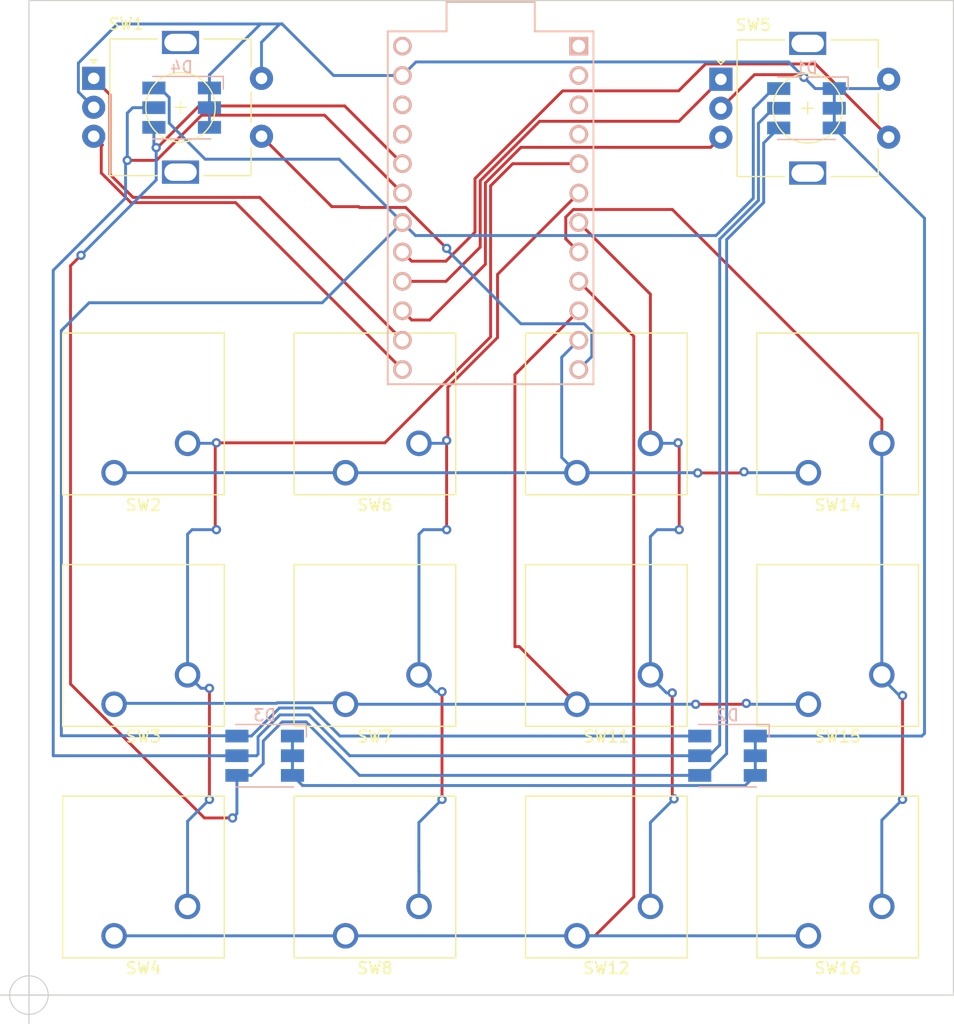
<source format=kicad_pcb>
(kicad_pcb (version 20211014) (generator pcbnew)
  (layers (0 "F.Cu" signal) (31 "B.Cu" signal) (34 "B.Paste" user) (35 "F.Paste" user) (36 "B.SilkS" user "B.Silkscreen") (37 "F.SilkS" user "F.Silkscreen") (38 "B.Mask" user) (39 "F.Mask" user) (44 "Edge.Cuts" user))
  (net 0 "")
  (net 1 "Net-(D1-Pad4)")
  (net 2 "Net-(D1-Pad5)")
  (net 3 "Net-(D1-Pad6)")
  (net 4 "Net-(SW10-Pad1)")
  (net 5 "Net-(SW11-Pad1)")
  (net 6 "Net-(SW12-Pad1)")
  (net 7 "GND")
  (net 8 "Net-(SW10-Pad2)")
  (net 14 "Net-(SW2-Pad2)")
  (net 15 "Net-(SW6-Pad2)")
  (net 16 "Net-(SW14-Pad2)")
  (net 17 "Net-(SW1-PadA)")
  (net 18 "Net-(SW1-PadB)")
  (net 19 "Net-(SW1-PadS1)")
  (net 20 "Net-(SW5-PadA)")
  (net 21 "Net-(SW5-PadB)")
  (net 22 "Net-(SW5-PadS1)")
  (footprint "Button_Switch_Keyboard:SW_Cherry_MX_1.00u_PCB" (layer "F.Cu") (at 147.06 78.68 180)
    (fp_text reference "SW10" hide)
    (fp_text value "SW_DIP_x01")
    (fp_line (start 4.445 12.065) (end -9.525 12.065) (layer "F.SilkS") (width 0.12))
    (fp_line (start -9.525 12.065) (end -9.525 -1.905) (layer "F.SilkS") (width 0.12))
    (fp_line (start -9.525 -1.905) (end 4.445 -1.905) (layer "F.SilkS") (width 0.12))
    (fp_line (start 4.445 -1.905) (end 4.445 12.065) (layer "F.SilkS") (width 0.12))
    (pad "" np_thru_hole circle (at 2.54 5.08 180) (size 1.7 1.7) (drill 1.7) (layers *.Cu *.Mask))
    (pad "" np_thru_hole circle (at -7.62 5.08 180) (size 1.7 1.7) (drill 1.7) (layers *.Cu *.Mask))
    (pad "" np_thru_hole circle (at -2.54 5.08 180) (size 4 4) (drill 4) (layers *.Cu *.Mask))
    (pad "1" thru_hole circle (at 0 0 180) (size 2.2 2.2) (drill 1.5) (layers *.Cu *.Mask) (net 4 "Net-(SW10-Pad1)"))
    (pad "2" thru_hole circle (at -6.35 2.54 180) (size 2.2 2.2) (drill 1.5) (layers *.Cu *.Mask) (net 8 "Net-(SW10-Pad2)"))
  )
  (footprint "MountingHole:MountingHole_2.2mm_M2" (layer "F.Cu") (at 166.9 59.2)
    (fp_text reference "REF**" hide)
    (fp_text value "MountingHole_2.2mm_M2" hide)
    (pad "" np_thru_hole circle (at 0 0) (size 2.2 2.2) (drill 2.2) (layers *.Cu *.Mask))
  )
  (footprint "Button_Switch_Keyboard:SW_Cherry_MX_1.00u_PCB" (layer "F.Cu") (at 127.06 78.68 180)
    (fp_text reference "SW6" (at -2.54 -2.794) (layer "F.SilkS"))
    (fp_text value "SW_DIP_x01")
    (fp_line (start -9.525 -1.905) (end 4.445 -1.905) (layer "F.SilkS") (width 0.12))
    (fp_line (start 4.445 -1.905) (end 4.445 12.065) (layer "F.SilkS") (width 0.12))
    (fp_line (start -9.525 12.065) (end -9.525 -1.905) (layer "F.SilkS") (width 0.12))
    (fp_line (start 4.445 12.065) (end -9.525 12.065) (layer "F.SilkS") (width 0.12))
    (pad "" np_thru_hole circle (at 2.54 5.08 180) (size 1.7 1.7) (drill 1.7) (layers *.Cu *.Mask))
    (pad "" np_thru_hole circle (at -7.62 5.08 180) (size 1.7 1.7) (drill 1.7) (layers *.Cu *.Mask))
    (pad "" np_thru_hole circle (at -2.54 5.08 180) (size 4 4) (drill 4) (layers *.Cu *.Mask))
    (pad "1" thru_hole circle (at 0 0 180) (size 2.2 2.2) (drill 1.5) (layers *.Cu *.Mask) (net 4 "Net-(SW10-Pad1)"))
    (pad "2" thru_hole circle (at -6.35 2.54 180) (size 2.2 2.2) (drill 1.5) (layers *.Cu *.Mask) (net 15 "Net-(SW6-Pad2)"))
  )
  (footprint "Button_Switch_Keyboard:SW_Cherry_MX_1.00u_PCB" (layer "F.Cu") (at 167.06 118.68 180)
    (fp_text reference "SW16" (at -2.54 -2.794) (layer "F.SilkS"))
    (fp_text value "SW_DIP_x01")
    (fp_line (start -9.525 12.065) (end -9.525 -1.905) (layer "F.SilkS") (width 0.12))
    (fp_line (start 4.445 12.065) (end -9.525 12.065) (layer "F.SilkS") (width 0.12))
    (fp_line (start -9.525 -1.905) (end 4.445 -1.905) (layer "F.SilkS") (width 0.12))
    (fp_line (start 4.445 -1.905) (end 4.445 12.065) (layer "F.SilkS") (width 0.12))
    (pad "" np_thru_hole circle (at 2.54 5.08 180) (size 1.7 1.7) (drill 1.7) (layers *.Cu *.Mask))
    (pad "" np_thru_hole circle (at -2.54 5.08 180) (size 4 4) (drill 4) (layers *.Cu *.Mask))
    (pad "" np_thru_hole circle (at -7.62 5.08 180) (size 1.7 1.7) (drill 1.7) (layers *.Cu *.Mask))
    (pad "1" thru_hole circle (at 0 0 180) (size 2.2 2.2) (drill 1.5) (layers *.Cu *.Mask) (net 6 "Net-(SW12-Pad1)"))
    (pad "2" thru_hole circle (at -6.35 2.54 180) (size 2.2 2.2) (drill 1.5) (layers *.Cu *.Mask) (net 16 "Net-(SW14-Pad2)"))
  )
  (footprint "Button_Switch_Keyboard:SW_Cherry_MX_1.00u_PCB" (layer "F.Cu") (at 127.06 98.68 180)
    (fp_text reference "SW7" (at -2.54 -2.794) (layer "F.SilkS"))
    (fp_text value "SW_DIP_x01")
    (fp_line (start 4.445 12.065) (end -9.525 12.065) (layer "F.SilkS") (width 0.12))
    (fp_line (start -9.525 -1.905) (end 4.445 -1.905) (layer "F.SilkS") (width 0.12))
    (fp_line (start -9.525 12.065) (end -9.525 -1.905) (layer "F.SilkS") (width 0.12))
    (fp_line (start 4.445 -1.905) (end 4.445 12.065) (layer "F.SilkS") (width 0.12))
    (pad "" np_thru_hole circle (at -2.54 5.08 180) (size 4 4) (drill 4) (layers *.Cu *.Mask))
    (pad "" np_thru_hole circle (at -7.62 5.08 180) (size 1.7 1.7) (drill 1.7) (layers *.Cu *.Mask))
    (pad "" np_thru_hole circle (at 2.54 5.08 180) (size 1.7 1.7) (drill 1.7) (layers *.Cu *.Mask))
    (pad "1" thru_hole circle (at 0 0 180) (size 2.2 2.2) (drill 1.5) (layers *.Cu *.Mask) (net 5 "Net-(SW11-Pad1)"))
    (pad "2" thru_hole circle (at -6.35 2.54 180) (size 2.2 2.2) (drill 1.5) (layers *.Cu *.Mask) (net 15 "Net-(SW6-Pad2)"))
  )
  (footprint "Button_Switch_Keyboard:SW_Cherry_MX_1.00u_PCB" (layer "F.Cu") (at 107.06 118.68 180)
    (fp_text reference "SW4" (at -2.54 -2.794) (layer "F.SilkS"))
    (fp_text value "SW_DIP_x01")
    (fp_line (start -9.525 12.065) (end -9.525 -1.905) (layer "F.SilkS") (width 0.12))
    (fp_line (start -9.525 -1.905) (end 4.445 -1.905) (layer "F.SilkS") (width 0.12))
    (fp_line (start 4.445 -1.905) (end 4.445 12.065) (layer "F.SilkS") (width 0.12))
    (fp_line (start 4.445 12.065) (end -9.525 12.065) (layer "F.SilkS") (width 0.12))
    (pad "" np_thru_hole circle (at 2.54 5.08 180) (size 1.7 1.7) (drill 1.7) (layers *.Cu *.Mask))
    (pad "" np_thru_hole circle (at -7.62 5.08 180) (size 1.7 1.7) (drill 1.7) (layers *.Cu *.Mask))
    (pad "" np_thru_hole circle (at -2.54 5.08 180) (size 4 4) (drill 4) (layers *.Cu *.Mask))
    (pad "1" thru_hole circle (at 0 0 180) (size 2.2 2.2) (drill 1.5) (layers *.Cu *.Mask) (net 6 "Net-(SW12-Pad1)"))
    (pad "2" thru_hole circle (at -6.35 2.54 180) (size 2.2 2.2) (drill 1.5) (layers *.Cu *.Mask) (net 14 "Net-(SW2-Pad2)"))
  )
  (footprint "Rotary_Encoder:RotaryEncoder_Alps_EC11E-Switch_Vertical_H20mm" (layer "F.Cu") (at 105.3 44.62)
    (fp_text reference "SW1" (at 2.8 -4.7) (layer "F.SilkS"))
    (fp_text value "RotaryEncoder_Switch")
    (fp_line (start 13.6 8.4) (end 9.5 8.4) (layer "F.SilkS") (width 0.12))
    (fp_line (start -0.3 -1.6) (end 0.3 -1.6) (layer "F.SilkS") (width 0.12))
    (fp_line (start 0.3 -1.6) (end 0 -1.3) (layer "F.SilkS") (width 0.12))
    (fp_line (start 0 -1.3) (end -0.3 -1.6) (layer "F.SilkS") (width 0.12))
    (fp_line (start 9.5 -3.4) (end 13.6 -3.4) (layer "F.SilkS") (width 0.12))
    (fp_line (start 7 2.5) (end 8 2.5) (layer "F.SilkS") (width 0.12))
    (fp_line (start 1.4 -3.4) (end 1.4 8.4) (layer "F.SilkS") (width 0.12))
    (fp_line (start 5.5 -3.4) (end 1.4 -3.4) (layer "F.SilkS") (width 0.12))
    (fp_line (start 5.5 8.4) (end 1.4 8.4) (layer "F.SilkS") (width 0.12))
    (fp_line (start 13.6 1.2) (end 13.6 3.8) (layer "F.SilkS") (width 0.12))
    (fp_line (start 13.6 6) (end 13.6 8.4) (layer "F.SilkS") (width 0.12))
    (fp_line (start 7.5 2) (end 7.5 3) (layer "F.SilkS") (width 0.12))
    (fp_line (start 13.6 -3.4) (end 13.6 -1) (layer "F.SilkS") (width 0.12))
    (fp_circle (center 7.5 2.5) (end 10.5 2.5) (layer "F.SilkS") (width 0.12) (fill none))
    (pad "A" thru_hole rect (at 0 0) (size 2 2) (drill 1) (layers *.Cu *.Mask) (net 17 "Net-(SW1-PadA)"))
    (pad "B" thru_hole circle (at 0 5) (size 2 2) (drill 1) (layers *.Cu *.Mask) (net 18 "Net-(SW1-PadB)"))
    (pad "C" thru_hole circle (at 0 2.5) (size 2 2) (drill 1) (layers *.Cu *.Mask) (net 7 "GND"))
    (pad "MP" thru_hole rect (at 7.5 -3.1) (size 3.2 2) (drill oval 2.8 1.5) (layers *.Cu *.Mask))
    (pad "MP" thru_hole rect (at 7.5 8.1) (size 3.2 2) (drill oval 2.8 1.5) (layers *.Cu *.Mask))
    (pad "S1" thru_hole circle (at 14.5 5) (size 2 2) (drill 1) (layers *.Cu *.Mask) (net 19 "Net-(SW1-PadS1)"))
    (pad "S2" thru_hole circle (at 14.5 0) (size 2 2) (drill 1) (layers *.Cu *.Mask) (net 7 "GND"))
  )
  (footprint "Button_Switch_Keyboard:SW_Cherry_MX_1.00u_PCB" (layer "F.Cu") (at 167.06 98.68 180)
    (fp_text reference "SW15" (at -2.54 -2.794) (layer "F.SilkS"))
    (fp_text value "SW_DIP_x01")
    (fp_line (start -9.525 -1.905) (end 4.445 -1.905) (layer "F.SilkS") (width 0.12))
    (fp_line (start 4.445 -1.905) (end 4.445 12.065) (layer "F.SilkS") (width 0.12))
    (fp_line (start -9.525 12.065) (end -9.525 -1.905) (layer "F.SilkS") (width 0.12))
    (fp_line (start 4.445 12.065) (end -9.525 12.065) (layer "F.SilkS") (width 0.12))
    (pad "" np_thru_hole circle (at 2.54 5.08 180) (size 1.7 1.7) (drill 1.7) (layers *.Cu *.Mask))
    (pad "" np_thru_hole circle (at -7.62 5.08 180) (size 1.7 1.7) (drill 1.7) (layers *.Cu *.Mask))
    (pad "" np_thru_hole circle (at -2.54 5.08 180) (size 4 4) (drill 4) (layers *.Cu *.Mask))
    (pad "1" thru_hole circle (at 0 0 180) (size 2.2 2.2) (drill 1.5) (layers *.Cu *.Mask) (net 5 "Net-(SW11-Pad1)"))
    (pad "2" thru_hole circle (at -6.35 2.54 180) (size 2.2 2.2) (drill 1.5) (layers *.Cu *.Mask) (net 16 "Net-(SW14-Pad2)"))
  )
  (footprint "Button_Switch_Keyboard:SW_Cherry_MX_1.00u_PCB" (layer "F.Cu") (at 167.06 78.68 180)
    (fp_text reference "SW14" (at -2.54 -2.794) (layer "F.SilkS"))
    (fp_text value "SW_DIP_x01")
    (fp_line (start 4.445 12.065) (end -9.525 12.065) (layer "F.SilkS") (width 0.12))
    (fp_line (start -9.525 -1.905) (end 4.445 -1.905) (layer "F.SilkS") (width 0.12))
    (fp_line (start 4.445 -1.905) (end 4.445 12.065) (layer "F.SilkS") (width 0.12))
    (fp_line (start -9.525 12.065) (end -9.525 -1.905) (layer "F.SilkS") (width 0.12))
    (pad "" np_thru_hole circle (at 2.54 5.08 180) (size 1.7 1.7) (drill 1.7) (layers *.Cu *.Mask))
    (pad "" np_thru_hole circle (at -2.54 5.08 180) (size 4 4) (drill 4) (layers *.Cu *.Mask))
    (pad "" np_thru_hole circle (at -7.62 5.08 180) (size 1.7 1.7) (drill 1.7) (layers *.Cu *.Mask))
    (pad "1" thru_hole circle (at 0 0 180) (size 2.2 2.2) (drill 1.5) (layers *.Cu *.Mask) (net 4 "Net-(SW10-Pad1)"))
    (pad "2" thru_hole circle (at -6.35 2.54 180) (size 2.2 2.2) (drill 1.5) (layers *.Cu *.Mask) (net 16 "Net-(SW14-Pad2)"))
  )
  (footprint "Button_Switch_Keyboard:SW_Cherry_MX_1.00u_PCB" (layer "F.Cu") (at 127.06 118.68 180)
    (fp_text reference "SW8" (at -2.54 -2.794) (layer "F.SilkS"))
    (fp_text value "SW_DIP_x01")
    (fp_line (start -9.525 -1.905) (end 4.445 -1.905) (layer "F.SilkS") (width 0.12))
    (fp_line (start -9.525 12.065) (end -9.525 -1.905) (layer "F.SilkS") (width 0.12))
    (fp_line (start 4.445 -1.905) (end 4.445 12.065) (layer "F.SilkS") (width 0.12))
    (fp_line (start 4.445 12.065) (end -9.525 12.065) (layer "F.SilkS") (width 0.12))
    (pad "" np_thru_hole circle (at -7.62 5.08 180) (size 1.7 1.7) (drill 1.7) (layers *.Cu *.Mask))
    (pad "" np_thru_hole circle (at 2.54 5.08 180) (size 1.7 1.7) (drill 1.7) (layers *.Cu *.Mask))
    (pad "" np_thru_hole circle (at -2.54 5.08 180) (size 4 4) (drill 4) (layers *.Cu *.Mask))
    (pad "1" thru_hole circle (at 0 0 180) (size 2.2 2.2) (drill 1.5) (layers *.Cu *.Mask) (net 6 "Net-(SW12-Pad1)"))
    (pad "2" thru_hole circle (at -6.35 2.54 180) (size 2.2 2.2) (drill 1.5) (layers *.Cu *.Mask) (net 15 "Net-(SW6-Pad2)"))
  )
  (footprint "Rotary_Encoder:RotaryEncoder_Alps_EC11E-Switch_Vertical_H20mm" (layer "F.Cu") (at 159.5 44.7)
    (fp_text reference "SW5" (at 2.8 -4.7) (layer "F.SilkS"))
    (fp_text value "RotaryEncoder_Switch")
    (fp_line (start -0.3 -1.6) (end 0.3 -1.6) (layer "F.SilkS") (width 0.12))
    (fp_line (start 13.6 -3.4) (end 13.6 -1) (layer "F.SilkS") (width 0.12))
    (fp_line (start 1.4 -3.4) (end 1.4 8.4) (layer "F.SilkS") (width 0.12))
    (fp_line (start 13.6 8.4) (end 9.5 8.4) (layer "F.SilkS") (width 0.12))
    (fp_line (start 5.5 8.4) (end 1.4 8.4) (layer "F.SilkS") (width 0.12))
    (fp_line (start 5.5 -3.4) (end 1.4 -3.4) (layer "F.SilkS") (width 0.12))
    (fp_line (start 0 -1.3) (end -0.3 -1.6) (layer "F.SilkS") (width 0.12))
    (fp_line (start 13.6 6) (end 13.6 8.4) (layer "F.SilkS") (width 0.12))
    (fp_line (start 7 2.5) (end 8 2.5) (layer "F.SilkS") (width 0.12))
    (fp_line (start 13.6 1.2) (end 13.6 3.8) (layer "F.SilkS") (width 0.12))
    (fp_line (start 9.5 -3.4) (end 13.6 -3.4) (layer "F.SilkS") (width 0.12))
    (fp_line (start 0.3 -1.6) (end 0 -1.3) (layer "F.SilkS") (width 0.12))
    (fp_line (start 7.5 2) (end 7.5 3) (layer "F.SilkS") (width 0.12))
    (fp_circle (center 7.5 2.5) (end 10.5 2.5) (layer "F.SilkS") (width 0.12) (fill none))
    (pad "A" thru_hole rect (at 0 0) (size 2 2) (drill 1) (layers *.Cu *.Mask) (net 20 "Net-(SW5-PadA)"))
    (pad "B" thru_hole circle (at 0 5) (size 2 2) (drill 1) (layers *.Cu *.Mask) (net 21 "Net-(SW5-PadB)"))
    (pad "C" thru_hole circle (at 0 2.5) (size 2 2) (drill 1) (layers *.Cu *.Mask) (net 7 "GND"))
    (pad "MP" thru_hole rect (at 7.5 -3.1) (size 3.2 2) (drill oval 2.8 1.5) (layers *.Cu *.Mask))
    (pad "MP" thru_hole rect (at 7.5 8.1) (size 3.2 2) (drill oval 2.8 1.5) (layers *.Cu *.Mask))
    (pad "S1" thru_hole circle (at 14.5 5) (size 2 2) (drill 1) (layers *.Cu *.Mask) (net 22 "Net-(SW5-PadS1)"))
    (pad "S2" thru_hole circle (at 14.5 0) (size 2 2) (drill 1) (layers *.Cu *.Mask) (net 7 "GND"))
  )
  (footprint "Button_Switch_Keyboard:SW_Cherry_MX_1.00u_PCB" (layer "F.Cu") (at 107.06 78.68 180)
    (fp_text reference "SW2" (at -2.54 -2.794) (layer "F.SilkS"))
    (fp_text value "SW_DIP_x01")
    (fp_line (start 4.445 -1.905) (end 4.445 12.065) (layer "F.SilkS") (width 0.12))
    (fp_line (start -9.525 -1.905) (end 4.445 -1.905) (layer "F.SilkS") (width 0.12))
    (fp_line (start 4.445 12.065) (end -9.525 12.065) (layer "F.SilkS") (width 0.12))
    (fp_line (start -9.525 12.065) (end -9.525 -1.905) (layer "F.SilkS") (width 0.12))
    (pad "" np_thru_hole circle (at 2.54 5.08 180) (size 1.7 1.7) (drill 1.7) (layers *.Cu *.Mask))
    (pad "" np_thru_hole circle (at -7.62 5.08 180) (size 1.7 1.7) (drill 1.7) (layers *.Cu *.Mask))
    (pad "" np_thru_hole circle (at -2.54 5.08 180) (size 4 4) (drill 4) (layers *.Cu *.Mask))
    (pad "1" thru_hole circle (at 0 0 180) (size 2.2 2.2) (drill 1.5) (layers *.Cu *.Mask) (net 4 "Net-(SW10-Pad1)"))
    (pad "2" thru_hole circle (at -6.35 2.54 180) (size 2.2 2.2) (drill 1.5) (layers *.Cu *.Mask) (net 14 "Net-(SW2-Pad2)"))
  )
  (footprint "Button_Switch_Keyboard:SW_Cherry_MX_1.00u_PCB" (layer "F.Cu") (at 147.06 118.68 180)
    (fp_text reference "SW12" (at -2.54 -2.794) (layer "F.SilkS"))
    (fp_text value "SW_DIP_x01")
    (fp_line (start 4.445 -1.905) (end 4.445 12.065) (layer "F.SilkS") (width 0.12))
    (fp_line (start -9.525 12.065) (end -9.525 -1.905) (layer "F.SilkS") (width 0.12))
    (fp_line (start 4.445 12.065) (end -9.525 12.065) (layer "F.SilkS") (width 0.12))
    (fp_line (start -9.525 -1.905) (end 4.445 -1.905) (layer "F.SilkS") (width 0.12))
    (pad "" np_thru_hole circle (at -2.54 5.08 180) (size 4 4) (drill 4) (layers *.Cu *.Mask))
    (pad "" np_thru_hole circle (at -7.62 5.08 180) (size 1.7 1.7) (drill 1.7) (layers *.Cu *.Mask))
    (pad "" np_thru_hole circle (at 2.54 5.08 180) (size 1.7 1.7) (drill 1.7) (layers *.Cu *.Mask))
    (pad "1" thru_hole circle (at 0 0 180) (size 2.2 2.2) (drill 1.5) (layers *.Cu *.Mask) (net 6 "Net-(SW12-Pad1)"))
    (pad "2" thru_hole circle (at -6.35 2.54 180) (size 2.2 2.2) (drill 1.5) (layers *.Cu *.Mask) (net 8 "Net-(SW10-Pad2)"))
  )
  (footprint "Button_Switch_Keyboard:SW_Cherry_MX_1.00u_PCB" (layer "F.Cu") (at 147.06 98.68 180)
    (fp_text reference "SW11" (at -2.54 -2.794) (layer "F.SilkS"))
    (fp_text value "SW_DIP_x01")
    (fp_line (start 4.445 12.065) (end -9.525 12.065) (layer "F.SilkS") (width 0.12))
    (fp_line (start -9.525 12.065) (end -9.525 -1.905) (layer "F.SilkS") (width 0.12))
    (fp_line (start 4.445 -1.905) (end 4.445 12.065) (layer "F.SilkS") (width 0.12))
    (fp_line (start -9.525 -1.905) (end 4.445 -1.905) (layer "F.SilkS") (width 0.12))
    (pad "" np_thru_hole circle (at -7.62 5.08 180) (size 1.7 1.7) (drill 1.7) (layers *.Cu *.Mask))
    (pad "" np_thru_hole circle (at -2.54 5.08 180) (size 4 4) (drill 4) (layers *.Cu *.Mask))
    (pad "" np_thru_hole circle (at 2.54 5.08 180) (size 1.7 1.7) (drill 1.7) (layers *.Cu *.Mask))
    (pad "1" thru_hole circle (at 0 0 180) (size 2.2 2.2) (drill 1.5) (layers *.Cu *.Mask) (net 5 "Net-(SW11-Pad1)"))
    (pad "2" thru_hole circle (at -6.35 2.54 180) (size 2.2 2.2) (drill 1.5) (layers *.Cu *.Mask) (net 8 "Net-(SW10-Pad2)"))
  )
  (footprint "Button_Switch_Keyboard:SW_Cherry_MX_1.00u_PCB" (layer "F.Cu") (at 107.06 98.68 180)
    (fp_text reference "SW3" (at -2.54 -2.794) (layer "F.SilkS"))
    (fp_text value "SW_DIP_x01")
    (fp_line (start -9.525 -1.905) (end 4.445 -1.905) (layer "F.SilkS") (width 0.12))
    (fp_line (start -9.525 12.065) (end -9.525 -1.905) (layer "F.SilkS") (width 0.12))
    (fp_line (start 4.445 12.065) (end -9.525 12.065) (layer "F.SilkS") (width 0.12))
    (fp_line (start 4.445 -1.905) (end 4.445 12.065) (layer "F.SilkS") (width 0.12))
    (pad "" np_thru_hole circle (at -2.54 5.08 180) (size 4 4) (drill 4) (layers *.Cu *.Mask))
    (pad "" np_thru_hole circle (at 2.54 5.08 180) (size 1.7 1.7) (drill 1.7) (layers *.Cu *.Mask))
    (pad "" np_thru_hole circle (at -7.62 5.08 180) (size 1.7 1.7) (drill 1.7) (layers *.Cu *.Mask))
    (pad "1" thru_hole circle (at 0 0 180) (size 2.2 2.2) (drill 1.5) (layers *.Cu *.Mask) (net 5 "Net-(SW11-Pad1)"))
    (pad "2" thru_hole circle (at -6.35 2.54 180) (size 2.2 2.2) (drill 1.5) (layers *.Cu *.Mask) (net 14 "Net-(SW2-Pad2)"))
  )
  (footprint "MountingHole:MountingHole_2.2mm_M2" (layer "F.Cu") (at 112.9 59.15)
    (fp_text reference "REF**" hide)
    (fp_text value "MountingHole_2.2mm_M2" hide)
    (pad "" np_thru_hole circle (at 0 0) (size 2.2 2.2) (drill 2.2) (layers F&B.Cu *.Mask))
  )
  (footprint "LED_SMD:LED_RGB_5050-6" (layer "B.Cu") (at 166.9 47.2 180)
    (fp_text reference "D1" (at 0 3.5) (layer "B.SilkS") (effects (justify mirror)))
    (fp_text value "LED_RGB")
    (fp_line (start -3.6 1.6) (end -3.6 2.7) (layer "B.SilkS") (width 0.12))
    (fp_line (start -3.6 2.7) (end 2.5 2.7) (layer "B.SilkS") (width 0.12))
    (fp_line (start 2.5 -2.7) (end -2.5 -2.7) (layer "B.SilkS") (width 0.12))
    (pad "1" smd rect (at -2.4 1.7 90) (size 1.1 2) (layers "B.Cu" "B.Paste" "B.Mask") (net 7 "GND"))
    (pad "2" smd rect (at -2.4 0 90) (size 1.1 2) (layers "B.Cu" "B.Paste" "B.Mask") (net 7 "GND"))
    (pad "3" smd rect (at -2.4 -1.7 90) (size 1.1 2) (layers "B.Cu" "B.Paste" "B.Mask") (net 7 "GND"))
    (pad "4" smd rect (at 2.4 -1.7 90) (size 1.1 2) (layers "B.Cu" "B.Paste" "B.Mask") (net 1 "Net-(D1-Pad4)"))
    (pad "5" smd rect (at 2.4 0 90) (size 1.1 2) (layers "B.Cu" "B.Paste" "B.Mask") (net 2 "Net-(D1-Pad5)"))
    (pad "6" smd rect (at 2.4 1.7 90) (size 1.1 2) (layers "B.Cu" "B.Paste" "B.Mask") (net 3 "Net-(D1-Pad6)"))
  )
  (footprint "LED_SMD:LED_RGB_5050-6" (layer "B.Cu") (at 160.075 103.125 180)
    (fp_text reference "D2" (at 0 3.5) (layer "B.SilkS") (effects (justify mirror)))
    (fp_text value "LED_RGB")
    (fp_line (start -3.6 2.7) (end 2.5 2.7) (layer "B.SilkS") (width 0.12))
    (fp_line (start 2.5 -2.7) (end -2.5 -2.7) (layer "B.SilkS") (width 0.12))
    (fp_line (start -3.6 1.6) (end -3.6 2.7) (layer "B.SilkS") (width 0.12))
    (pad "1" smd rect (at -2.4 1.7 90) (size 1.1 2) (layers "B.Cu" "B.Paste" "B.Mask") (net 7 "GND"))
    (pad "2" smd rect (at -2.4 0 90) (size 1.1 2) (layers "B.Cu" "B.Paste" "B.Mask") (net 7 "GND"))
    (pad "3" smd rect (at -2.4 -1.7 90) (size 1.1 2) (layers "B.Cu" "B.Paste" "B.Mask") (net 7 "GND"))
    (pad "4" smd rect (at 2.4 -1.7 90) (size 1.1 2) (layers "B.Cu" "B.Paste" "B.Mask") (net 1 "Net-(D1-Pad4)"))
    (pad "5" smd rect (at 2.4 0 90) (size 1.1 2) (layers "B.Cu" "B.Paste" "B.Mask") (net 2 "Net-(D1-Pad5)"))
    (pad "6" smd rect (at 2.4 1.7 90) (size 1.1 2) (layers "B.Cu" "B.Paste" "B.Mask") (net 3 "Net-(D1-Pad6)"))
  )
  (footprint "LED_SMD:LED_RGB_5050-6" (layer "B.Cu") (at 120.075 103.125 180)
    (fp_text reference "D3" (at 0 3.5) (layer "B.SilkS") (effects (justify mirror)))
    (fp_text value "LED_RGB")
    (fp_line (start -3.6 2.7) (end 2.5 2.7) (layer "B.SilkS") (width 0.12))
    (fp_line (start -3.6 1.6) (end -3.6 2.7) (layer "B.SilkS") (width 0.12))
    (fp_line (start 2.5 -2.7) (end -2.5 -2.7) (layer "B.SilkS") (width 0.12))
    (pad "1" smd rect (at -2.4 1.7 90) (size 1.1 2) (layers "B.Cu" "B.Paste" "B.Mask") (net 7 "GND"))
    (pad "2" smd rect (at -2.4 0 90) (size 1.1 2) (layers "B.Cu" "B.Paste" "B.Mask") (net 7 "GND"))
    (pad "3" smd rect (at -2.4 -1.7 90) (size 1.1 2) (layers "B.Cu" "B.Paste" "B.Mask") (net 7 "GND"))
    (pad "4" smd rect (at 2.4 -1.7 90) (size 1.1 2) (layers "B.Cu" "B.Paste" "B.Mask") (net 1 "Net-(D1-Pad4)"))
    (pad "5" smd rect (at 2.4 0 90) (size 1.1 2) (layers "B.Cu" "B.Paste" "B.Mask") (net 2 "Net-(D1-Pad5)"))
    (pad "6" smd rect (at 2.4 1.7 90) (size 1.1 2) (layers "B.Cu" "B.Paste" "B.Mask") (net 3 "Net-(D1-Pad6)"))
  )
  (footprint "Arduino Micro Pro:ProMicro" (layer "B.Cu") (at 139.6 55.8 -90)
    (fp_text reference "U1" hide)
    (fp_text value "ProMicro")
    (fp_line (start 15.24 8.89) (end 15.24 -8.89) (layer "B.SilkS") (width 0.15))
    (fp_line (start -15.24 3.81) (end -15.24 8.89) (layer "B.SilkS") (width 0.15))
    (fp_line (start -15.24 -8.89) (end -15.24 -3.81) (layer "B.SilkS") (width 0.15))
    (fp_line (start -15.24 -8.89) (end 15.24 -8.89) (layer "B.SilkS") (width 0.15))
    (fp_line (start -15.24 8.89) (end 15.24 8.89) (layer "B.SilkS") (width 0.15))
    (fp_line (start -17.78 3.81) (end -15.24 3.81) (layer "B.SilkS") (width 0.15))
    (fp_line (start -15.24 -3.81) (end -17.78 -3.81) (layer "B.SilkS") (width 0.15))
    (fp_line (start -17.78 -3.81) (end -17.78 3.81) (layer "B.SilkS") (width 0.15))
    (fp_line (start 15.24 8.89) (end 15.24 -8.89) (layer "F.SilkS") (width 0.15))
    (fp_line (start -15.24 -3.81) (end -17.78 -3.81) (layer "F.SilkS") (width 0.15))
    (fp_line (start -15.24 3.81) (end -15.24 8.89) (layer "F.SilkS") (width 0.15))
    (fp_line (start -15.24 8.89) (end 15.24 8.89) (layer "F.SilkS") (width 0.15))
    (fp_line (start -17.78 -3.81) (end -17.78 3.81) (layer "F.SilkS") (width 0.15))
    (fp_line (start -15.24 -8.89) (end -15.24 -3.81) (layer "F.SilkS") (width 0.15))
    (fp_line (start 15.24 -8.89) (end -15.24 -8.89) (layer "F.SilkS") (width 0.15))
    (fp_line (start -17.78 3.81) (end -15.24 3.81) (layer "F.SilkS") (width 0.15))
    (pad "1" thru_hole rect locked (at -13.97 -7.62 270) (size 1.6 1.6) (drill 1.1) (layers *.Cu *.Mask "B.SilkS"))
    (pad "2" thru_hole circle locked (at -11.43 -7.62 270) (size 1.6 1.6) (drill 1.1) (layers *.Cu *.Mask "B.SilkS"))
    (pad "3" thru_hole circle locked (at -8.89 -7.62 270) (size 1.6 1.6) (drill 1.1) (layers *.Cu *.Mask "B.SilkS"))
    (pad "4" thru_hole circle locked (at -6.35 -7.62 270) (size 1.6 1.6) (drill 1.1) (layers *.Cu *.Mask "B.SilkS"))
    (pad "5" thru_hole circle locked (at -3.81 -7.62 270) (size 1.6 1.6) (drill 1.1) (layers *.Cu *.Mask "B.SilkS") (net 14 "Net-(SW2-Pad2)"))
    (pad "6" thru_hole circle locked (at -1.27 -7.62 270) (size 1.6 1.6) (drill 1.1) (layers *.Cu *.Mask "B.SilkS") (net 15 "Net-(SW6-Pad2)"))
    (pad "7" thru_hole circle locked (at 1.27 -7.62 270) (size 1.6 1.6) (drill 1.1) (layers *.Cu *.Mask "B.SilkS") (net 8 "Net-(SW10-Pad2)"))
    (pad "8" thru_hole circle locked (at 3.81 -7.62 270) (size 1.6 1.6) (drill 1.1) (layers *.Cu *.Mask "B.SilkS") (net 16 "Net-(SW14-Pad2)"))
    (pad "9" thru_hole circle locked (at 6.35 -7.62 270) (size 1.6 1.6) (drill 1.1) (layers *.Cu *.Mask "B.SilkS") (net 6 "Net-(SW12-Pad1)"))
    (pad "10" thru_hole circle locked (at 8.89 -7.62 270) (size 1.6 1.6) (drill 1.1) (layers *.Cu *.Mask "B.SilkS") (net 5 "Net-(SW11-Pad1)"))
    (pad "11" thru_hole circle locked (at 11.43 -7.62 270) (size 1.6 1.6) (drill 1.1) (layers *.Cu *.Mask "B.SilkS") (net 4 "Net-(SW10-Pad1)"))
    (pad "12" thru_hole circle locked (at 13.97 -7.62 270) (size 1.6 1.6) (drill 1.1) (layers *.Cu *.Mask "B.SilkS") (net 19 "Net-(SW1-PadS1)"))
    (pad "13" thru_hole circle locked (at 13.97 7.62 270) (size 1.6 1.6) (drill 1.1) (layers *.Cu *.Mask "B.SilkS") (net 18 "Net-(SW1-PadB)"))
    (pad "14" thru_hole circle locked (at 11.43 7.62 270) (size 1.6 1.6) (drill 1.1) (layers *.Cu *.Mask "B.SilkS") (net 17 "Net-(SW1-PadA)"))
    (pad "15" thru_hole circle locked (at 8.89 7.62 270) (size 1.6 1.6) (drill 1.1) (layers *.Cu *.Mask "B.SilkS") (net 21 "Net-(SW5-PadB)"))
    (pad "16" thru_hole circle locked (at 6.35 7.62 270) (size 1.6 1.6) (drill 1.1) (layers *.Cu *.Mask "B.SilkS") (net 20 "Net-(SW5-PadA)"))
    (pad "17" thru_hole circle locked (at 3.81 7.62 270) (size 1.6 1.6) (drill 1.1) (layers *.Cu *.Mask "B.SilkS") (net 22 "Net-(SW5-PadS1)"))
    (pad "18" thru_hole circle locked (at 1.27 7.62 270) (size 1.6 1.6) (drill 1.1) (layers *.Cu *.Mask "B.SilkS") (net 3 "Net-(D1-Pad6)"))
    (pad "19" thru_hole circle locked (at -1.27 7.62 270) (size 1.6 1.6) (drill 1.1) (layers *.Cu *.Mask "B.SilkS") (net 2 "Net-(D1-Pad5)"))
    (pad "20" thru_hole circle locked (at -3.81 7.62 270) (size 1.6 1.6) (drill 1.1) (layers *.Cu *.Mask "B.SilkS") (net 1 "Net-(D1-Pad4)"))
    (pad "21" thru_hole circle locked (at -6.35 7.62 270) (size 1.6 1.6) (drill 1.1) (layers *.Cu *.Mask "B.SilkS"))
    (pad "22" thru_hole circle locked (at -8.89 7.62 270) (size 1.6 1.6) (drill 1.1) (layers *.Cu *.Mask "B.SilkS"))
    (pad "23" thru_hole circle locked (at -11.43 7.62 270) (size 1.6 1.6) (drill 1.1) (layers *.Cu *.Mask "B.SilkS") (net 7 "GND"))
    (pad "24" thru_hole circle locked (at -13.97 7.62 270) (size 1.6 1.6) (drill 1.1) (layers *.Cu *.Mask "B.SilkS"))
  )
  (footprint "LED_SMD:LED_RGB_5050-6" (layer "B.Cu") (at 112.9 47.15 180)
    (fp_text reference "D4" (at 0 3.5) (layer "B.SilkS") (effects (justify mirror)))
    (fp_text value "LED_RGB")
    (fp_line (start 2.5 -2.7) (end -2.5 -2.7) (layer "B.SilkS") (width 0.12))
    (fp_line (start -3.6 1.6) (end -3.6 2.7) (layer "B.SilkS") (width 0.12))
    (fp_line (start -3.6 2.7) (end 2.5 2.7) (layer "B.SilkS") (width 0.12))
    (pad "1" smd rect (at -2.4 1.7 90) (size 1.1 2) (layers "B.Cu" "B.Paste" "B.Mask") (net 7 "GND"))
    (pad "2" smd rect (at -2.4 0 90) (size 1.1 2) (layers "B.Cu" "B.Paste" "B.Mask") (net 7 "GND"))
    (pad "3" smd rect (at -2.4 -1.7 90) (size 1.1 2) (layers "B.Cu" "B.Paste" "B.Mask") (net 7 "GND"))
    (pad "4" smd rect (at 2.4 -1.7 90) (size 1.1 2) (layers "B.Cu" "B.Paste" "B.Mask") (net 1 "Net-(D1-Pad4)"))
    (pad "5" smd rect (at 2.4 0 90) (size 1.1 2) (layers "B.Cu" "B.Paste" "B.Mask") (net 2 "Net-(D1-Pad5)"))
    (pad "6" smd rect (at 2.4 1.7 90) (size 1.1 2) (layers "B.Cu" "B.Paste" "B.Mask") (net 3 "Net-(D1-Pad6)"))
  )
  (gr_rect (start 99.7 37.9) (end 179.6 123.8) (layer "Edge.Cuts") (width 0.1) (fill none))
  (target plus (at 99.7 123.8) (size 5) (width 0.1) (layer "Edge.Cuts"))
  (segment (start 103.294999 96.930254) (end 114.864745 108.5) (width 0.25) (layer "F.Cu") (net 1))
  (segment (start 110.7 50.6) (end 110.8 50.6) (width 0.25) (layer "F.Cu") (net 1))
  (segment (start 110.8 50.6) (end 114.4 47) (width 0.25) (layer "F.Cu") (net 1))
  (segment (start 114.864745 108.5) (end 117.3 108.5) (width 0.25) (layer "F.Cu") (net 1))
  (segment (start 103.294999 60.805001) (end 103.294999 96.930254) (width 0.25) (layer "F.Cu") (net 1))
  (segment (start 114.4 47) (end 126.99 47) (width 0.25) (layer "F.Cu") (net 1))
  (segment (start 104.2 59.9) (end 103.294999 60.805001) (width 0.25) (layer "F.Cu") (net 1))
  (segment (start 126.99 47) (end 131.98 51.99) (width 0.25) (layer "F.Cu") (net 1))
  (via (at 117.3 108.5) (size 0.8) (drill 0.4) (layers "F.Cu" "B.Cu") (net 1))
  (via (at 104.2 59.9) (size 0.8) (drill 0.4) (layers "F.Cu" "B.Cu") (net 1))
  (via (at 110.7 50.6) (size 0.8) (drill 0.4) (layers "F.Cu" "B.Cu") (net 1))
  (segment (start 117.675 104.825) (end 117.675 108.125) (width 0.25) (layer "B.Cu") (net 1))
  (segment (start 110.5 50.4) (end 110.5 48.85) (width 0.25) (layer "B.Cu") (net 1))
  (segment (start 119.95 103.8) (end 119.95 101.85) (width 0.25) (layer "B.Cu") (net 1))
  (segment (start 158.125 104.825) (end 160 102.95) (width 0.25) (layer "B.Cu") (net 1))
  (segment (start 157.675 104.825) (end 158.125 104.825) (width 0.25) (layer "B.Cu") (net 1))
  (segment (start 104.2 59.9) (end 110.7 53.4) (width 0.25) (layer "B.Cu") (net 1))
  (segment (start 121.6 100.2) (end 123.65 100.2) (width 0.25) (layer "B.Cu") (net 1))
  (segment (start 117.675 108.125) (end 117.3 108.5) (width 0.25) (layer "B.Cu") (net 1))
  (segment (start 117.675 104.825) (end 118.925 104.825) (width 0.25) (layer "B.Cu") (net 1))
  (segment (start 160 102.95) (end 160 58.546625) (width 0.25) (layer "B.Cu") (net 1))
  (segment (start 163.2 50.2) (end 164.5 48.9) (width 0.25) (layer "B.Cu") (net 1))
  (segment (start 119.95 101.85) (end 121.6 100.2) (width 0.25) (layer "B.Cu") (net 1))
  (segment (start 123.65 100.2) (end 128.275 104.825) (width 0.25) (layer "B.Cu") (net 1))
  (segment (start 163.2 55.346625) (end 163.2 50.2) (width 0.25) (layer "B.Cu") (net 1))
  (segment (start 160 58.546625) (end 163.2 55.346625) (width 0.25) (layer "B.Cu") (net 1))
  (segment (start 128.275 104.825) (end 157.675 104.825) (width 0.25) (layer "B.Cu") (net 1))
  (segment (start 110.7 53.4) (end 110.7 50.6) (width 0.25) (layer "B.Cu") (net 1))
  (segment (start 118.925 104.825) (end 119.95 103.8) (width 0.25) (layer "B.Cu") (net 1))
  (segment (start 110.725305 51.7) (end 108.3 51.7) (width 0.25) (layer "F.Cu") (net 2))
  (segment (start 114.625305 47.8) (end 110.725305 51.7) (width 0.25) (layer "F.Cu") (net 2))
  (segment (start 125.25 47.8) (end 114.625305 47.8) (width 0.25) (layer "F.Cu") (net 2))
  (segment (start 125.25 47.8) (end 131.98 54.53) (width 0.25) (layer "F.Cu") (net 2))
  (via (at 108.2 51.7) (size 0.8) (drill 0.4) (layers "F.Cu" "B.Cu") (net 2))
  (segment (start 123.9 99.6) (end 121.386396 99.6) (width 0.25) (layer "B.Cu") (net 2))
  (segment (start 162.75 55.160229) (end 162.75 48.5) (width 0.25) (layer "B.Cu") (net 2))
  (segment (start 108.05 51.97) (end 108.05 54.95) (width 0.25) (layer "B.Cu") (net 2))
  (segment (start 159.4 102.2) (end 159.4 58.510229) (width 0.25) (layer "B.Cu") (net 2))
  (segment (start 119.5 103) (end 119.375 103.125) (width 0.25) (layer "B.Cu") (net 2))
  (segment (start 108.67 47.15) (end 108.2 47.62) (width 0.25) (layer "B.Cu") (net 2))
  (segment (start 159.4 58.510229) (end 162.75 55.160229) (width 0.25) (layer "B.Cu") (net 2))
  (segment (start 119.375 103.125) (end 117.675 103.125) (width 0.25) (layer "B.Cu") (net 2))
  (segment (start 157.675 103.125) (end 158.475 103.125) (width 0.25) (layer "B.Cu") (net 2))
  (segment (start 101.8 61.2) (end 101.8 103.125) (width 0.25) (layer "B.Cu") (net 2))
  (segment (start 108.2 51.82) (end 108.05 51.97) (width 0.25) (layer "B.Cu") (net 2))
  (segment (start 162.75 48.5) (end 164.05 47.2) (width 0.25) (layer "B.Cu") (net 2))
  (segment (start 121.386396 99.6) (end 119.5 101.486396) (width 0.25) (layer "B.Cu") (net 2))
  (segment (start 101.8 103.125) (end 117.675 103.125) (width 0.25) (layer "B.Cu") (net 2))
  (segment (start 108.2 47.62) (end 108.2 51.7) (width 0.25) (layer "B.Cu") (net 2))
  (segment (start 110.5 47.15) (end 108.67 47.15) (width 0.25) (layer "B.Cu") (net 2))
  (segment (start 158.475 103.125) (end 159.4 102.2) (width 0.25) (layer "B.Cu") (net 2))
  (segment (start 108.2 51.7) (end 108.2 51.82) (width 0.25) (layer "B.Cu") (net 2))
  (segment (start 164.05 47.2) (end 164.5 47.2) (width 0.25) (layer "B.Cu") (net 2))
  (segment (start 119.5 101.486396) (end 119.5 103) (width 0.25) (layer "B.Cu") (net 2))
  (segment (start 108.05 54.95) (end 101.8 61.2) (width 0.25) (layer "B.Cu") (net 2))
  (segment (start 127.425 103.125) (end 123.9 99.6) (width 0.25) (layer "B.Cu") (net 2))
  (segment (start 157.675 103.125) (end 127.425 103.125) (width 0.25) (layer "B.Cu") (net 2))
  (segment (start 117.65 101.4) (end 102.5 101.4) (width 0.25) (layer "B.Cu") (net 3))
  (segment (start 111 45.45) (end 111.825 46.275) (width 0.25) (layer "B.Cu") (net 3))
  (segment (start 117.675 101.425) (end 117.65 101.4) (width 0.25) (layer "B.Cu") (net 3))
  (segment (start 102.5 101.4) (end 102.5 66.4) (width 0.25) (layer "B.Cu") (net 3))
  (segment (start 126.575 101.425) (end 157.675 101.425) (width 0.25) (layer "B.Cu") (net 3))
  (segment (start 110.5 45.45) (end 111 45.45) (width 0.25) (layer "B.Cu") (net 3))
  (segment (start 133.105 58.195) (end 159.078833 58.195) (width 0.25) (layer "B.Cu") (net 3))
  (segment (start 114.93 51.6) (end 126.51 51.6) (width 0.25) (layer "B.Cu") (net 3))
  (segment (start 118.925 101.425) (end 121.35 99) (width 0.25) (layer "B.Cu") (net 3))
  (segment (start 104.9 64) (end 125.05 64) (width 0.25) (layer "B.Cu") (net 3))
  (segment (start 164.05 45.5) (end 164.5 45.5) (width 0.25) (layer "B.Cu") (net 3))
  (segment (start 159.078833 58.195) (end 162.3 54.973833) (width 0.25) (layer "B.Cu") (net 3))
  (segment (start 162.3 47.25) (end 164.05 45.5) (width 0.25) (layer "B.Cu") (net 3))
  (segment (start 124.15 99) (end 126.575 101.425) (width 0.25) (layer "B.Cu") (net 3))
  (segment (start 121.35 99) (end 124.15 99) (width 0.25) (layer "B.Cu") (net 3))
  (segment (start 117.675 101.425) (end 118.925 101.425) (width 0.25) (layer "B.Cu") (net 3))
  (segment (start 131.98 57.07) (end 133.105 58.195) (width 0.25) (layer "B.Cu") (net 3))
  (segment (start 162.3 54.973833) (end 162.3 47.25) (width 0.25) (layer "B.Cu") (net 3))
  (segment (start 125.05 64) (end 131.98 57.07) (width 0.25) (layer "B.Cu") (net 3))
  (segment (start 111.825 46.275) (end 111.825 48.495) (width 0.25) (layer "B.Cu") (net 3))
  (segment (start 126.51 51.6) (end 131.98 57.07) (width 0.25) (layer "B.Cu") (net 3))
  (segment (start 111.825 48.495) (end 114.93 51.6) (width 0.25) (layer "B.Cu") (net 3))
  (segment (start 102.5 66.4) (end 104.9 64) (width 0.25) (layer "B.Cu") (net 3))
  (segment (start 161.5 78.6) (end 161.4 78.7) (width 0.25) (layer "F.Cu") (net 4))
  (segment (start 161.4 78.7) (end 157.5 78.7) (width 0.25) (layer "F.Cu") (net 4))
  (via (at 157.5 78.7) (size 0.8) (drill 0.4) (layers "F.Cu" "B.Cu") (net 4))
  (via (at 161.5 78.6) (size 0.8) (drill 0.4) (layers "F.Cu" "B.Cu") (net 4))
  (segment (start 161.5 78.6) (end 161.58 78.68) (width 0.25) (layer "B.Cu") (net 4))
  (segment (start 147.06 78.68) (end 157.48 78.68) (width 0.25) (layer "B.Cu") (net 4))
  (segment (start 157.5 78.7) (end 157.48 78.68) (width 0.25) (layer "B.Cu") (net 4))
  (segment (start 145.745001 77.365001) (end 147.06 78.68) (width 0.25) (layer "B.Cu") (net 4))
  (segment (start 147.06 78.68) (end 127.06 78.68) (width 0.25) (layer "B.Cu") (net 4))
  (segment (start 145.745001 68.704999) (end 145.745001 77.365001) (width 0.25) (layer "B.Cu") (net 4))
  (segment (start 161.58 78.68) (end 167.06 78.68) (width 0.25) (layer "B.Cu") (net 4))
  (segment (start 107.06 78.68) (end 127.06 78.68) (width 0.25) (layer "B.Cu") (net 4))
  (segment (start 147.22 67.23) (end 145.745001 68.704999) (width 0.25) (layer "B.Cu") (net 4))
  (segment (start 161.62 98.68) (end 161.7 98.6) (width 0.25) (layer "F.Cu") (net 5))
  (segment (start 157.32 98.68) (end 161.62 98.68) (width 0.25) (layer "F.Cu") (net 5))
  (segment (start 141.7 70.21) (end 147.22 64.69) (width 0.25) (layer "F.Cu") (net 5))
  (segment (start 147.06 98.68) (end 142.08 93.7) (width 0.25) (layer "F.Cu") (net 5))
  (segment (start 142.08 93.7) (end 141.7 93.7) (width 0.25) (layer "F.Cu") (net 5))
  (segment (start 141.7 93.7) (end 141.7 70.21) (width 0.25) (layer "F.Cu") (net 5))
  (via (at 161.7 98.6) (size 0.8) (drill 0.4) (layers "F.Cu" "B.Cu") (net 5))
  (via (at 157.32 98.68) (size 0.8) (drill 0.4) (layers "F.Cu" "B.Cu") (net 5))
  (segment (start 121.163604 98.55) (end 126.93 98.55) (width 0.25) (layer "B.Cu") (net 5))
  (segment (start 127.06 98.68) (end 147.06 98.68) (width 0.25) (layer "B.Cu") (net 5))
  (segment (start 107.14 98.6) (end 121.113604 98.6) (width 0.25) (layer "B.Cu") (net 5))
  (segment (start 107.06 98.68) (end 107.14 98.6) (width 0.25) (layer "B.Cu") (net 5))
  (segment (start 167.06 98.68) (end 161.78 98.68) (width 0.25) (layer "B.Cu") (net 5))
  (segment (start 121.113604 98.6) (end 121.163604 98.55) (width 0.25) (layer "B.Cu") (net 5))
  (segment (start 126.93 98.55) (end 127.06 98.68) (width 0.25) (layer "B.Cu") (net 5))
  (segment (start 147.06 98.68) (end 157.32 98.68) (width 0.25) (layer "B.Cu") (net 5))
  (segment (start 161.78 98.68) (end 161.7 98.6) (width 0.25) (layer "B.Cu") (net 5))
  (segment (start 148.615634 118.68) (end 151.975001 115.320633) (width 0.25) (layer "F.Cu") (net 6))
  (segment (start 151.975001 115.320633) (end 151.975001 66.905001) (width 0.25) (layer "F.Cu") (net 6))
  (segment (start 147.06 118.68) (end 148.615634 118.68) (width 0.25) (layer "F.Cu") (net 6))
  (segment (start 151.975001 66.905001) (end 147.22 62.15) (width 0.25) (layer "F.Cu") (net 6))
  (segment (start 107.06 118.68) (end 127.06 118.68) (width 0.25) (layer "B.Cu") (net 6))
  (segment (start 147.06 118.68) (end 167.06 118.68) (width 0.25) (layer "B.Cu") (net 6))
  (segment (start 127.06 118.68) (end 147.06 118.68) (width 0.25) (layer "B.Cu") (net 6))
  (segment (start 162.4 44.3) (end 159.5 47.2) (width 0.25) (layer "F.Cu") (net 7))
  (segment (start 166.45 44.3) (end 162.4 44.3) (width 0.25) (layer "F.Cu") (net 7))
  (segment (start 166.675 44.525) (end 166.45 44.3) (width 0.25) (layer "F.Cu") (net 7))
  (via (at 166.675 44.525) (size 0.8) (drill 0.4) (layers "F.Cu" "B.Cu") (net 7))
  (segment (start 115.3 44.32) (end 118.265 41.355) (width 0.25) (layer "B.Cu") (net 7))
  (segment (start 162.475 101.425) (end 162.475 103.125) (width 0.25) (layer "B.Cu") (net 7))
  (segment (start 121.58 39.92) (end 121.76 40.1) (width 0.25) (layer "B.Cu") (net 7))
  (segment (start 118.265 41.355) (end 118.285 41.355) (width 0.25) (layer "B.Cu") (net 7))
  (segment (start 115.3 47.15) (end 115.3 48.85) (width 0.25) (layer "B.Cu") (net 7))
  (segment (start 153.3 43.2) (end 153.6 43.2) (width 0.25) (layer "B.Cu") (net 7))
  (segment (start 105.3 47.12) (end 103.975 45.795) (width 0.25) (layer "B.Cu") (net 7))
  (segment (start 115.3 45.45) (end 115.3 44.32) (width 0.25) (layer "B.Cu") (net 7))
  (segment (start 169.3 45.5) (end 169.3 47.2) (width 0.25) (layer "B.Cu") (net 7))
  (segment (start 162.475 101.425) (end 176.875 101.425) (width 0.25) (layer "B.Cu") (net 7))
  (segment (start 119.8 41.5) (end 119.8 44.62) (width 0.25) (layer "B.Cu") (net 7))
  (segment (start 119.72 39.92) (end 121.58 39.92) (width 0.25) (layer "B.Cu") (net 7))
  (segment (start 133.15 43.2) (end 149.5 43.2) (width 0.25) (layer "B.Cu") (net 7))
  (segment (start 169.3 45.5) (end 167.65 45.5) (width 0.25) (layer "B.Cu") (net 7))
  (segment (start 115.3 45.45) (end 115.3 47.15) (width 0.25) (layer "B.Cu") (net 7))
  (segment (start 103.975 45.795) (end 103.975 43.295) (width 0.25) (layer "B.Cu") (net 7))
  (segment (start 173.2 45.5) (end 174 44.7) (width 0.25) (layer "B.Cu") (net 7))
  (segment (start 122.475 104.825) (end 123.35 105.7) (width 0.25) (layer "B.Cu") (net 7))
  (segment (start 103.975 43.295) (end 107.35 39.92) (width 0.25) (layer "B.Cu") (net 7))
  (segment (start 118.285 41.355) (end 119.72 39.92) (width 0.25) (layer "B.Cu") (net 7))
  (segment (start 131.98 44.37) (end 133.15 43.2) (width 0.25) (layer "B.Cu") (net 7))
  (segment (start 169.3 48.9) (end 177.1 56.7) (width 0.25) (layer "B.Cu") (net 7))
  (segment (start 169.3 47.2) (end 169.3 48.9) (width 0.25) (layer "B.Cu") (net 7))
  (segment (start 165.35 43.2) (end 153.6 43.2) (width 0.25) (layer "B.Cu") (net 7))
  (segment (start 162.475 104.825) (end 162.475 103.125) (width 0.25) (layer "B.Cu") (net 7))
  (segment (start 167.65 45.5) (end 165.35 43.2) (width 0.25) (layer "B.Cu") (net 7))
  (segment (start 176.875 101.425) (end 177.1 101.2) (width 0.25) (layer "B.Cu") (net 7))
  (segment (start 119.8 41.5) (end 121.38 39.92) (width 0.25) (layer "B.Cu") (net 7))
  (segment (start 121.76 40.1) (end 126.03 44.37) (width 0.25) (layer "B.Cu") (net 7))
  (segment (start 161.6 105.7) (end 162.475 104.825) (width 0.25) (layer "B.Cu") (net 7))
  (segment (start 149.5 43.2) (end 153.3 43.2) (width 0.25) (layer "B.Cu") (net 7))
  (segment (start 107.35 39.92) (end 119.72 39.92) (width 0.25) (layer "B.Cu") (net 7))
  (segment (start 122.475 104.825) (end 122.475 103.125) (width 0.25) (layer "B.Cu") (net 7))
  (segment (start 122.475 103.125) (end 122.475 101.425) (width 0.25) (layer "B.Cu") (net 7))
  (segment (start 126.03 44.37) (end 131.98 44.37) (width 0.25) (layer "B.Cu") (net 7))
  (segment (start 123.35 105.7) (end 161.6 105.7) (width 0.25) (layer "B.Cu") (net 7))
  (segment (start 169.3 45.5) (end 173.2 45.5) (width 0.25) (layer "B.Cu") (net 7))
  (segment (start 121.38 39.92) (end 121.58 39.92) (width 0.25) (layer "B.Cu") (net 7))
  (segment (start 177.1 56.7) (end 177.1 101.2) (width 0.25) (layer "B.Cu") (net 7))
  (segment (start 155.9 76.2) (end 155.9 83.6) (width 0.25) (layer "F.Cu") (net 8))
  (segment (start 155.3 97.7) (end 155.3 106.7) (width 0.25) (layer "F.Cu") (net 8))
  (segment (start 155.3 106.7) (end 155.45 106.85) (width 0.25) (layer "F.Cu") (net 8))
  (segment (start 153.41 63.26) (end 147.22 57.07) (width 0.25) (layer "F.Cu") (net 8))
  (segment (start 155.8 76.1) (end 155.9 76.2) (width 0.25) (layer "F.Cu") (net 8))
  (segment (start 153.41 76.14) (end 153.41 63.26) (width 0.25) (layer "F.Cu") (net 8))
  (via (at 155.3 97.7) (size 0.8) (drill 0.4) (layers "F.Cu" "B.Cu") (net 8))
  (via (at 155.9 83.6) (size 0.8) (drill 0.4) (layers "F.Cu" "B.Cu") (net 8))
  (via (at 155.45 106.85) (size 0.8) (drill 0.4) (layers "F.Cu" "B.Cu") (net 8))
  (via (at 155.8 76.1) (size 0.8) (drill 0.4) (layers "F.Cu" "B.Cu") (net 8))
  (segment (start 153.41 84.19) (end 153.41 96.14) (width 0.25) (layer "B.Cu") (net 8))
  (segment (start 155.9 83.6) (end 154 83.6) (width 0.25) (layer "B.Cu") (net 8))
  (segment (start 153.41 108.89) (end 155.45 106.85) (width 0.25) (layer "B.Cu") (net 8))
  (segment (start 153.41 96.31) (end 154.8 97.7) (width 0.25) (layer "B.Cu") (net 8))
  (segment (start 153.41 116.14) (end 153.41 108.89) (width 0.25) (layer "B.Cu") (net 8))
  (segment (start 153.41 96.14) (end 153.41 96.31) (width 0.25) (layer "B.Cu") (net 8))
  (segment (start 155.8 76.1) (end 155.76 76.14) (width 0.25) (layer "B.Cu") (net 8))
  (segment (start 154 83.6) (end 153.41 84.19) (width 0.25) (layer "B.Cu") (net 8))
  (segment (start 155.76 76.14) (end 153.41 76.14) (width 0.25) (layer "B.Cu") (net 8))
  (segment (start 154.8 97.7) (end 155.3 97.7) (width 0.25) (layer "B.Cu") (net 8))
  (segment (start 115.8 76.2) (end 115.8 83.5) (width 0.25) (layer "F.Cu") (net 14))
  (segment (start 133.427332 73.131427) (end 133.427332 73.120254) (width 0.25) (layer "F.Cu") (net 14))
  (segment (start 141.51 51.99) (end 147.22 51.99) (width 0.25) (layer "F.Cu") (net 14))
  (segment (start 139.6 66.947586) (end 139.6 53.9) (width 0.25) (layer "F.Cu") (net 14))
  (segment (start 115.9 76.1) (end 130.458759 76.1) (width 0.25) (layer "F.Cu") (net 14))
  (segment (start 133.427332 73.120254) (end 139.6 66.947586) (width 0.25) (layer "F.Cu") (net 14))
  (segment (start 115.8 83.5) (end 115.9 83.6) (width 0.25) (layer "F.Cu") (net 14))
  (segment (start 130.458759 76.1) (end 133.427332 73.131427) (width 0.25) (layer "F.Cu") (net 14))
  (segment (start 115.9 76.1) (end 115.8 76.2) (width 0.25) (layer "F.Cu") (net 14))
  (segment (start 115.3 106.9) (end 115.3 97.3) (width 0.25) (layer "F.Cu") (net 14))
  (segment (start 139.6 53.9) (end 141.51 51.99) (width 0.25) (layer "F.Cu") (net 14))
  (via (at 115.3 97.3) (size 0.8) (drill 0.4) (layers "F.Cu" "B.Cu") (net 14))
  (via (at 115.9 76.1) (size 0.8) (drill 0.4) (layers "F.Cu" "B.Cu") (net 14))
  (via (at 115.3 106.9) (size 0.8) (drill 0.4) (layers "F.Cu" "B.Cu") (net 14))
  (via (at 115.9 83.6) (size 0.8) (drill 0.4) (layers "F.Cu" "B.Cu") (net 14))
  (segment (start 113.41 108.79) (end 113.41 116.14) (width 0.25) (layer "B.Cu") (net 14))
  (segment (start 113.41 96.14) (end 114.57 97.3) (width 0.25) (layer "B.Cu") (net 14))
  (segment (start 113.8 83.6) (end 113.41 83.99) (width 0.25) (layer "B.Cu") (net 14))
  (segment (start 113.41 83.99) (end 113.41 96.14) (width 0.25) (layer "B.Cu") (net 14))
  (segment (start 115.3 106.9) (end 113.41 108.79) (width 0.25) (layer "B.Cu") (net 14))
  (segment (start 115.86 76.14) (end 113.41 76.14) (width 0.25) (layer "B.Cu") (net 14))
  (segment (start 115.9 83.6) (end 113.8 83.6) (width 0.25) (layer "B.Cu") (net 14))
  (segment (start 115.9 76.1) (end 115.86 76.14) (width 0.25) (layer "B.Cu") (net 14))
  (segment (start 114.57 97.3) (end 115.3 97.3) (width 0.25) (layer "B.Cu") (net 14))
  (segment (start 140.2 67) (end 140.2 61.55) (width 0.25) (layer "F.Cu") (net 15))
  (segment (start 135.8 75.9) (end 135.905001 75.794999) (width 0.25) (layer "F.Cu") (net 15))
  (segment (start 135.4 106.9) (end 135.4 97.6) (width 0.25) (layer "F.Cu") (net 15))
  (segment (start 135.8 83.6) (end 135.8 75.9) (width 0.25) (layer "F.Cu") (net 15))
  (segment (start 140.2 61.55) (end 147.22 54.53) (width 0.25) (layer "F.Cu") (net 15))
  (segment (start 135.905001 75.794999) (end 135.905001 71.294999) (width 0.25) (layer "F.Cu") (net 15))
  (segment (start 135.905001 71.294999) (end 140.2 67) (width 0.25) (layer "F.Cu") (net 15))
  (via (at 135.8 83.6) (size 0.8) (drill 0.4) (layers "F.Cu" "B.Cu") (net 15))
  (via (at 135.4 106.9) (size 0.8) (drill 0.4) (layers "F.Cu" "B.Cu") (net 15))
  (via (at 135.4 97.6) (size 0.8) (drill 0.4) (layers "F.Cu" "B.Cu") (net 15))
  (via (at 135.8 75.9) (size 0.8) (drill 0.4) (layers "F.Cu" "B.Cu") (net 15))
  (segment (start 135.8 83.6) (end 133.8 83.6) (width 0.25) (layer "B.Cu") (net 15))
  (segment (start 133.41 83.99) (end 133.41 96.14) (width 0.25) (layer "B.Cu") (net 15))
  (segment (start 133.4 108.9) (end 133.4 113.127586) (width 0.25) (layer "B.Cu") (net 15))
  (segment (start 133.4 113.127586) (end 133.41 113.137586) (width 0.25) (layer "B.Cu") (net 15))
  (segment (start 133.8 83.6) (end 133.41 83.99) (width 0.25) (layer "B.Cu") (net 15))
  (segment (start 134.87 97.6) (end 135.4 97.6) (width 0.25) (layer "B.Cu") (net 15))
  (segment (start 135.8 75.9) (end 135.56 76.14) (width 0.25) (layer "B.Cu") (net 15))
  (segment (start 135.4 106.9) (end 133.4 108.9) (width 0.25) (layer "B.Cu") (net 15))
  (segment (start 133.41 113.137586) (end 133.41 116.14) (width 0.25) (layer "B.Cu") (net 15))
  (segment (start 135.56 76.14) (end 133.41 76.14) (width 0.25) (layer "B.Cu") (net 15))
  (segment (start 133.41 96.14) (end 134.87 97.6) (width 0.25) (layer "B.Cu") (net 15))
  (segment (start 175.2 106.9) (end 175.2 97.93) (width 0.25) (layer "F.Cu") (net 16))
  (segment (start 146.095 58.485) (end 147.22 59.61) (width 0.25) (layer "F.Cu") (net 16))
  (segment (start 155.303759 55.945) (end 146.754009 55.945) (width 0.25) (layer "F.Cu") (net 16))
  (segment (start 173.41 74.051241) (end 155.303759 55.945) (width 0.25) (layer "F.Cu") (net 16))
  (segment (start 146.754009 55.945) (end 146.095 56.604009) (width 0.25) (layer "F.Cu") (net 16))
  (segment (start 146.095 56.604009) (end 146.095 58.485) (width 0.25) (layer "F.Cu") (net 16))
  (segment (start 173.41 76.14) (end 173.41 74.051241) (width 0.25) (layer "F.Cu") (net 16))
  (via (at 175.2 97.93) (size 0.8) (drill 0.4) (layers "F.Cu" "B.Cu") (net 16))
  (via (at 175.2 106.9) (size 0.8) (drill 0.4) (layers "F.Cu" "B.Cu") (net 16))
  (segment (start 173.41 96.14) (end 173.41 96.41) (width 0.25) (layer "B.Cu") (net 16))
  (segment (start 175.2 106.9) (end 173.41 108.69) (width 0.25) (layer "B.Cu") (net 16))
  (segment (start 174.93 97.93) (end 175.2 97.93) (width 0.25) (layer "B.Cu") (net 16))
  (segment (start 173.41 96.14) (end 173.41 76.14) (width 0.25) (layer "B.Cu") (net 16))
  (segment (start 173.41 96.41) (end 174.93 97.93) (width 0.25) (layer "B.Cu") (net 16))
  (segment (start 173.41 108.69) (end 173.41 116.14) (width 0.25) (layer "B.Cu") (net 16))
  (segment (start 119.65 54.9) (end 108.7 54.9) (width 0.25) (layer "F.Cu") (net 17))
  (segment (start 106.7 46.02) (end 105.3 44.62) (width 0.25) (layer "F.Cu") (net 17))
  (segment (start 106.7 52.9) (end 106.7 46.02) (width 0.25) (layer "F.Cu") (net 17))
  (segment (start 131.98 67.23) (end 119.65 54.9) (width 0.25) (layer "F.Cu") (net 17))
  (segment (start 108.7 54.9) (end 106.7 52.9) (width 0.25) (layer "F.Cu") (net 17))
  (segment (start 105.95 50.47) (end 105.95 52.786396) (width 0.25) (layer "F.Cu") (net 18))
  (segment (start 108.513604 55.35) (end 117.56 55.35) (width 0.25) (layer "F.Cu") (net 18))
  (segment (start 105.3 49.62) (end 106.05 50.37) (width 0.25) (layer "F.Cu") (net 18))
  (segment (start 105.95 52.786396) (end 108.513604 55.35) (width 0.25) (layer "F.Cu") (net 18))
  (segment (start 106.05 50.37) (end 105.95 50.47) (width 0.25) (layer "F.Cu") (net 18))
  (segment (start 117.56 55.35) (end 131.98 69.77) (width 0.25) (layer "F.Cu") (net 18))
  (segment (start 132.270991 55.77) (end 128.27 55.77) (width 0.25) (layer "F.Cu") (net 19))
  (segment (start 135.800495 59.299505) (end 132.270991 55.77) (width 0.25) (layer "F.Cu") (net 19))
  (segment (start 128.27 55.77) (end 128.2 55.7) (width 0.25) (layer "F.Cu") (net 19))
  (segment (start 128.2 55.7) (end 125.88 55.7) (width 0.25) (layer "F.Cu") (net 19))
  (segment (start 125.88 55.7) (end 119.8 49.62) (width 0.25) (layer "F.Cu") (net 19))
  (via (at 135.800495 59.299505) (size 0.8) (drill 0.4) (layers "F.Cu" "B.Cu") (net 19))
  (segment (start 135.800495 59.299505) (end 135.800495 59.400495) (width 0.25) (layer "B.Cu") (net 19))
  (segment (start 148.345 68.645) (end 147.22 69.77) (width 0.25) (layer "B.Cu") (net 19))
  (segment (start 142.215 65.815) (end 147.685991 65.815) (width 0.25) (layer "B.Cu") (net 19))
  (segment (start 135.800495 59.400495) (end 142.215 65.815) (width 0.25) (layer "B.Cu") (net 19))
  (segment (start 148.345 66.474009) (end 148.345 68.645) (width 0.25) (layer "B.Cu") (net 19))
  (segment (start 147.685991 65.815) (end 148.345 66.474009) (width 0.25) (layer "B.Cu") (net 19))
  (segment (start 138.7 53.463604) (end 143.838604 48.325) (width 0.25) (layer "F.Cu") (net 20))
  (segment (start 131.98 62.15) (end 135.75 62.15) (width 0.25) (layer "F.Cu") (net 20))
  (segment (start 138.7 59.2) (end 138.7 53.463604) (width 0.25) (layer "F.Cu") (net 20))
  (segment (start 135.75 62.15) (end 138.7 59.2) (width 0.25) (layer "F.Cu") (net 20))
  (segment (start 155.875 48.325) (end 159.5 44.7) (width 0.25) (layer "F.Cu") (net 20))
  (segment (start 143.838604 48.325) (end 155.875 48.325) (width 0.25) (layer "F.Cu") (net 20))
  (segment (start 158.625 50.575) (end 159.5 49.7) (width 0.25) (layer "F.Cu") (net 21))
  (segment (start 139.15 60.675305) (end 139.15 53.65) (width 0.25) (layer "F.Cu") (net 21))
  (segment (start 142.225 50.575) (end 158.625 50.575) (width 0.25) (layer "F.Cu") (net 21))
  (segment (start 134.335306 65.489999) (end 139.15 60.675305) (width 0.25) (layer "F.Cu") (net 21))
  (segment (start 139.15 53.65) (end 142.225 50.575) (width 0.25) (layer "F.Cu") (net 21))
  (segment (start 131.98 64.69) (end 132.779999 65.489999) (width 0.25) (layer "F.Cu") (net 21))
  (segment (start 132.779999 65.489999) (end 134.335306 65.489999) (width 0.25) (layer "F.Cu") (net 21))
  (segment (start 145.827208 45.7) (end 155.85 45.7) (width 0.25) (layer "F.Cu") (net 22))
  (segment (start 135.740001 60.409999) (end 138.25 57.9) (width 0.25) (layer "F.Cu") (net 22))
  (segment (start 138.25 53.277208) (end 145.827208 45.7) (width 0.25) (layer "F.Cu") (net 22))
  (segment (start 138.25 57.9) (end 138.25 53.277208) (width 0.25) (layer "F.Cu") (net 22))
  (segment (start 167.675 43.375) (end 174 49.7) (width 0.25) (layer "F.Cu") (net 22))
  (segment (start 158.175 43.375) (end 167.675 43.375) (width 0.25) (layer "F.Cu") (net 22))
  (segment (start 155.85 45.7) (end 158.175 43.375) (width 0.25) (layer "F.Cu") (net 22))
  (segment (start 132.779999 60.409999) (end 135.740001 60.409999) (width 0.25) (layer "F.Cu") (net 22))
  (segment (start 131.98 59.61) (end 132.779999 60.409999) (width 0.25) (layer "F.Cu") (net 22))
)
</source>
